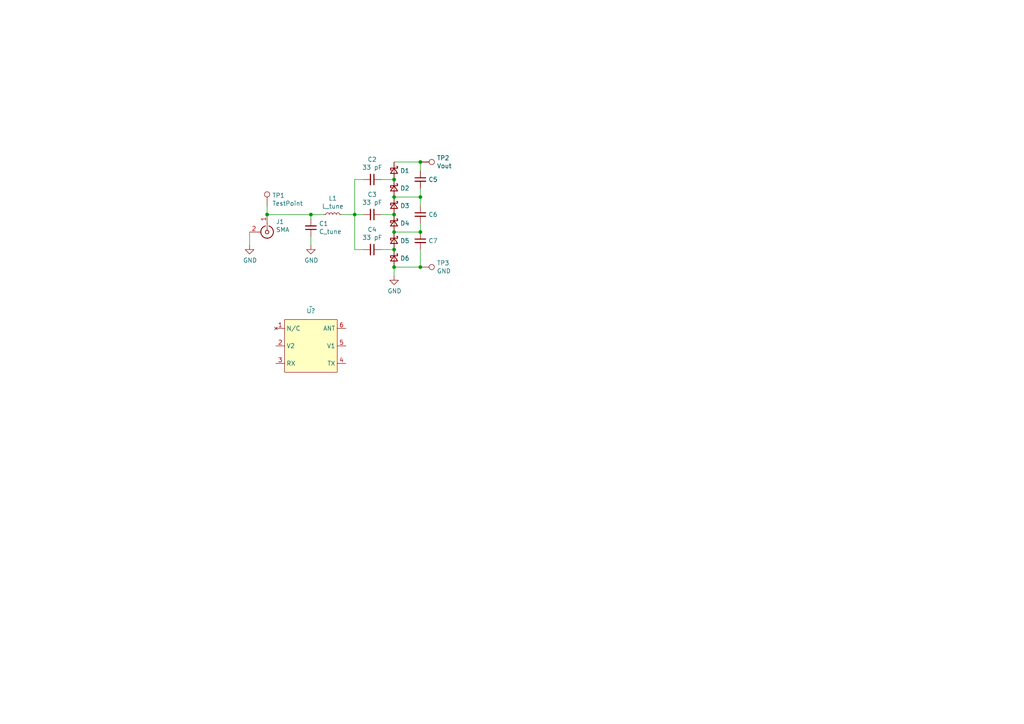
<source format=kicad_sch>
(kicad_sch (version 20230121) (generator eeschema)
  (paper "A4")
  (lib_symbols
    (symbol "Connector:Conn_Coaxial" (pin_names (offset 1.016) hide)
      (property "Reference" "J" (at 0.254 3.048 0))
      (property "Value" "Conn_Coaxial" (at 2.921 0 90))
      (symbol "Conn_Coaxial_0_1"
        (arc (start -1.778 -0.508) (mid 0.2311 -1.8066) (end 1.778 0) (stroke (width 0.254)))
        (polyline (pts (xy -2.54 0) (xy -0.508 0)))
        (polyline (pts (xy 0 -2.54) (xy 0 -1.778)))
        (circle (center 0 0) (radius 0.508) (stroke (width 0.2032)))
        (arc (start 1.778 0) (mid 0.2099 1.8101) (end -1.778 0.508) (stroke (width 0.254)))
      )
      (symbol "Conn_Coaxial_1_1"
        (pin passive line (at -5.08 0 0) (length 2.54) (name "In") (number "1"))
        (pin passive line (at 0 -5.08 90) (length 2.54) (name "Ext") (number "2"))
      )
    )
    (symbol "Connector:TestPoint" (pin_numbers hide) (pin_names (offset 0.762) hide)
      (property "Reference" "TP" (at 0 6.858 0))
      (property "Value" "TestPoint" (at 0 5.08 0))
      (symbol "TestPoint_0_1"
        (circle (center 0 3.302) (radius 0.762))
      )
      (symbol "TestPoint_1_1"
        (pin passive line (at 0 0 90) (length 2.54) (name "1") (number "1"))
      )
    )
    (symbol "Device:C_Small" (pin_numbers hide) (pin_names (offset 0.254) hide)
      (property "Reference" "C" (at 0.254 1.778 0))
      (property "Value" "C_Small" (at 0.254 -2.032 0))
      (symbol "C_Small_0_1"
        (polyline (pts (xy -1.524 -0.508) (xy 1.524 -0.508)) (stroke (width 0.3302)))
        (polyline (pts (xy -1.524 0.508) (xy 1.524 0.508)) (stroke (width 0.3048)))
      )
      (symbol "C_Small_1_1"
        (pin passive line (at 0 2.54 270) (length 2.032) (name "~") (number "1"))
        (pin passive line (at 0 -2.54 90) (length 2.032) (name "~") (number "2"))
      )
    )
    (symbol "Device:D_Schottky_Small" (pin_numbers hide) (pin_names (offset 0.254) hide)
      (property "Reference" "D" (at -1.27 2.032 0))
      (property "Value" "D_Schottky_Small" (at -7.112 -2.032 0))
      (symbol "D_Schottky_Small_0_1"
        (polyline (pts (xy -0.762 0) (xy 0.762 0)))
        (polyline (pts (xy 0.762 -1.016) (xy -0.762 0) (xy 0.762 1.016) (xy 0.762 -1.016)) (stroke (width 0.254)))
        (polyline (pts (xy -1.27 0.762) (xy -1.27 1.016) (xy -0.762 1.016) (xy -0.762 -1.016) (xy -0.254 -1.016) (xy -0.254 -0.762)) (stroke (width 0.254)))
      )
      (symbol "D_Schottky_Small_1_1"
        (pin passive line (at -2.54 0 0) (length 1.778) (name "K") (number "1"))
        (pin passive line (at 2.54 0 180) (length 1.778) (name "A") (number "2"))
      )
    )
    (symbol "Device:L_Small" (pin_numbers hide) (pin_names (offset 0.254) hide)
      (property "Reference" "L" (at 0.762 1.016 0))
      (property "Value" "L_Small" (at 0.762 -1.016 0))
      (symbol "L_Small_0_1"
        (arc (start 0 -2.032) (mid 0.5058 -1.524) (end 0 -1.016))
        (arc (start 0 -1.016) (mid 0.5058 -0.508) (end 0 0))
        (arc (start 0 0) (mid 0.5058 0.508) (end 0 1.016))
        (arc (start 0 1.016) (mid 0.5058 1.524) (end 0 2.032))
      )
      (symbol "L_Small_1_1"
        (pin passive line (at 0 2.54 270) (length 0.508) (name "~") (number "1"))
        (pin passive line (at 0 -2.54 90) (length 0.508) (name "~") (number "2"))
      )
    )
    (symbol "New_Library:SKY13314-374LF"
      (property "Reference" "U" (at 0 10.16 0))
      (symbol "SKY13314-374LF_1_1"
        (rectangle (start -7.62 7.62) (end 7.62 -7.62) (fill (type background)))
        (pin no_connect line (at -10.16 5.08 0) (length 2.54) (name "N/C") (number "1"))
        (pin input line (at -10.16 0 0) (length 2.54) (name "V2") (number "2"))
        (pin output line (at -10.16 -5.08 0) (length 2.54) (name "RX") (number "3"))
        (pin output line (at 10.16 -5.08 180) (length 2.54) (name "TX") (number "4"))
        (pin input line (at 10.16 0 180) (length 2.54) (name "V1") (number "5"))
        (pin input line (at 10.16 5.08 180) (length 2.54) (name "ANT") (number "6"))
      )
    )
    (symbol "power:GND" (power) (pin_names (offset 0))
      (property "Value" "GND" (at 0 -3.81 0))
      (symbol "GND_0_1"
        (polyline (pts (xy 0 0) (xy 0 -1.27) (xy 1.27 -1.27) (xy 0 -2.54) (xy -1.27 -1.27) (xy 0 -1.27)))
      )
      (symbol "GND_1_1"
        (pin power_in line (at 0 0 270) (length 0) hide (name "GND") (number "1"))
      )
    )
  )
  (junction (at 114.3 57.15))
  (junction (at 121.92 67.31))
  (junction (at 114.3 67.31))
  (junction (at 90.17 62.23))
  (junction (at 77.47 62.23))
  (junction (at 114.3 77.47))
  (junction (at 114.3 72.39))
  (junction (at 121.92 57.15))
  (junction (at 114.3 52.07))
  (junction (at 102.87 62.23))
  (junction (at 121.92 46.99))
  (junction (at 121.92 77.47))
  (junction (at 114.3 62.23))
  (wire (pts (xy 110.49 72.39) (xy 114.3 72.39)))
  (wire (pts (xy 102.87 62.23) (xy 102.87 72.39)))
  (wire (pts (xy 72.39 67.31) (xy 72.39 71.12)))
  (wire (pts (xy 99.06 62.23) (xy 102.87 62.23)))
  (wire (pts (xy 121.92 77.47) (xy 114.3 77.47)))
  (wire (pts (xy 114.3 52.07) (xy 110.49 52.07)))
  (wire (pts (xy 114.3 80.01) (xy 114.3 77.47)))
  (wire (pts (xy 102.87 52.07) (xy 102.87 62.23)))
  (wire (pts (xy 121.92 46.99) (xy 121.92 49.53)))
  (wire (pts (xy 77.47 62.23) (xy 90.17 62.23)))
  (wire (pts (xy 90.17 63.5) (xy 90.17 62.23)))
  (wire (pts (xy 105.41 52.07) (xy 102.87 52.07)))
  (wire (pts (xy 121.92 57.15) (xy 121.92 59.69)))
  (wire (pts (xy 114.3 57.15) (xy 121.92 57.15)))
  (wire (pts (xy 102.87 62.23) (xy 105.41 62.23)))
  (wire (pts (xy 121.92 54.61) (xy 121.92 57.15)))
  (wire (pts (xy 114.3 63.5) (xy 114.3 62.23)))
  (wire (pts (xy 121.92 64.77) (xy 121.92 67.31)))
  (wire (pts (xy 114.3 46.99) (xy 121.92 46.99)))
  (wire (pts (xy 90.17 62.23) (xy 93.98 62.23)))
  (wire (pts (xy 121.92 72.39) (xy 121.92 77.47)))
  (wire (pts (xy 90.17 68.58) (xy 90.17 71.12)))
  (wire (pts (xy 110.49 62.23) (xy 114.3 62.23)))
  (wire (pts (xy 77.47 59.69) (xy 77.47 62.23)))
  (wire (pts (xy 114.3 67.31) (xy 121.92 67.31)))
  (wire (pts (xy 102.87 72.39) (xy 105.41 72.39)))
  (symbol (lib_id "Device:D_Schottky_Small") (at 114.3 74.93 270) (unit 1)
    (property "Reference" "D6" (at 116.078 74.93 90) (effects (justify left)))
    (property "Value" "D_Schottky_Small" (effects hide))
    (property "Footprint" "Diode_SMD:D_0201_0603Metric" (effects hide))
  )
  (symbol (lib_id "Device:D_Schottky_Small") (at 114.3 69.85 270) (unit 1)
    (property "Reference" "D5" (at 116.078 69.85 90) (effects (justify left)))
    (property "Value" "D_Schottky_Small" (effects hide))
    (property "Footprint" "Diode_SMD:D_0201_0603Metric" (effects hide))
  )
  (symbol (lib_id "Device:C_Small") (at 121.92 69.85 0) (unit 1)
    (property "Reference" "C7" (at 124.2568 69.85 0) (effects (justify left)))
    (property "Value" "C_Small" (effects hide))
    (property "Footprint" "Capacitor_SMD:C_0201_0603Metric" (effects hide))
  )
  (symbol (lib_id "Device:D_Schottky_Small") (at 114.3 64.77 270) (unit 1)
    (property "Reference" "D4" (at 116.078 64.77 90) (effects (justify left)))
    (property "Value" "D_Schottky_Small" (effects hide))
    (property "Footprint" "Diode_SMD:D_0201_0603Metric" (effects hide))
  )
  (symbol (lib_id "Device:D_Schottky_Small") (at 114.3 59.69 270) (unit 1)
    (property "Reference" "D3" (at 116.078 59.69 90) (effects (justify left)))
    (property "Value" "D_Schottky_Small" (effects hide))
    (property "Footprint" "Diode_SMD:D_0201_0603Metric" (effects hide))
  )
  (symbol (lib_id "Device:D_Schottky_Small") (at 114.3 54.61 270) (unit 1)
    (property "Reference" "D2" (at 116.078 54.61 90) (effects (justify left)))
    (property "Value" "D_Schottky_Small" (effects hide))
    (property "Footprint" "Diode_SMD:D_0201_0603Metric" (effects hide))
  )
  (symbol (lib_id "Device:D_Schottky_Small") (at 114.3 49.53 270) (unit 1)
    (property "Reference" "D1" (at 116.078 49.53 90) (effects (justify left)))
    (property "Value" "D_Schottky_Small" (effects hide))
    (property "Footprint" "Diode_SMD:D_0201_0603Metric" (effects hide))
  )
  (symbol (lib_id "Device:C_Small") (at 107.95 62.23 270) (unit 1)
    (property "Reference" "C3" (at 107.95 56.4134 90))
    (property "Value" "33 pF" (at 107.95 58.7248 90))
    (property "Footprint" "Capacitor_SMD:C_0201_0603Metric" (effects hide))
  )
  (symbol (lib_id "Device:C_Small") (at 107.95 52.07 270) (unit 1)
    (property "Reference" "C2" (at 107.95 46.2534 90))
    (property "Value" "33 pF" (at 107.95 48.5648 90))
    (property "Footprint" "Capacitor_SMD:C_0201_0603Metric" (effects hide))
  )
  (symbol (lib_id "Device:C_Small") (at 121.92 62.23 0) (unit 1)
    (property "Reference" "C6" (at 124.2568 62.23 0) (effects (justify left)))
    (property "Value" "C_Small" (effects hide))
    (property "Footprint" "Capacitor_SMD:C_0201_0603Metric" (effects hide))
  )
  (symbol (lib_id "Device:C_Small") (at 121.92 52.07 0) (unit 1)
    (property "Reference" "C5" (at 124.2568 52.07 0) (effects (justify left)))
    (property "Value" "C_Small" (effects hide))
    (property "Footprint" "Capacitor_SMD:C_0201_0603Metric" (effects hide))
  )
  (symbol (lib_id "Device:C_Small") (at 107.95 72.39 270) (unit 1)
    (property "Reference" "C4" (at 107.95 66.5734 90))
    (property "Value" "33 pF" (at 107.95 68.8848 90))
    (property "Footprint" "Capacitor_SMD:C_0201_0603Metric" (effects hide))
  )
  (symbol (lib_id "Device:L_Small") (at 96.52 62.23 90) (unit 1)
    (property "Reference" "L1" (at 96.52 57.531 90))
    (property "Value" "L_tune" (at 96.52 59.8424 90))
    (property "Footprint" "Inductor_SMD:L_0201_0603Metric" (effects hide))
  )
  (symbol (lib_id "Device:C_Small") (at 90.17 66.04 180) (unit 1)
    (property "Reference" "C1" (at 92.5068 64.8716 0) (effects (justify right)))
    (property "Value" "C_tune" (at 92.5068 67.183 0) (effects (justify right)))
    (property "Footprint" "Capacitor_SMD:C_0201_0603Metric" (effects hide))
  )
  (symbol (lib_id "Connector:Conn_Coaxial") (at 77.47 67.31 270) (unit 1)
    (property "Reference" "J1" (at 80.01 64.3128 90) (effects (justify left)))
    (property "Value" "SMA" (at 80.01 66.6242 90) (effects (justify left)))
    (property "Footprint" "Connector_Coaxial:SMA_Amphenol_132289_EdgeMount" (effects hide))
    (property "Datasheet" " ~" (effects hide))
  )
  (symbol (lib_id "Connector:TestPoint") (at 77.47 59.69 0) (unit 1)
    (property "Reference" "TP1" (at 78.9432 56.6928 0) (effects (justify left)))
    (property "Value" "TestPoint" (at 78.9432 59.0042 0) (effects (justify left)))
    (property "Footprint" "TestPoint:TestPoint_Pad_1.0x1.0mm" (effects hide))
  )
  (symbol (lib_id "power:GND") (at 114.3 80.01 0) (unit 1)
    (property "Reference" "#PWR03" (effects hide))
    (property "Value" "GND" (at 114.427 84.4042 0))
  )
  (symbol (lib_id "power:GND") (at 90.17 71.12 0) (unit 1)
    (property "Reference" "#PWR02" (effects hide))
    (property "Value" "GND" (at 90.297 75.5142 0))
  )
  (symbol (lib_id "power:GND") (at 72.39 71.12 0) (unit 1)
    (property "Reference" "#PWR01" (effects hide))
    (property "Value" "GND" (at 72.517 75.5142 0))
  )
  (symbol (lib_id "Connector:TestPoint") (at 121.92 46.99 270) (unit 1)
    (property "Reference" "TP2" (at 126.6952 45.8216 90) (effects (justify left)))
    (property "Value" "Vout" (at 126.6952 48.133 90) (effects (justify left)))
    (property "Footprint" "TestPoint:TestPoint_Pad_1.0x1.0mm" (effects hide))
  )
  (symbol (lib_id "Connector:TestPoint") (at 121.92 77.47 270) (unit 1)
    (property "Reference" "TP3" (at 126.6952 76.3016 90) (effects (justify left)))
    (property "Value" "GND" (at 126.6952 78.613 90) (effects (justify left)))
    (property "Footprint" "TestPoint:TestPoint_Pad_1.0x1.0mm" (effects hide))
  )
  (symbol (lib_id "New_Library:SKY13314-374LF") (at 90.17 100.33 0) (unit 1)
    (property "Reference" "U?" (at 90.17 90.17 0))
    (property "Value" "~" (at 90.17 88.9 0))
  )
)
</source>
